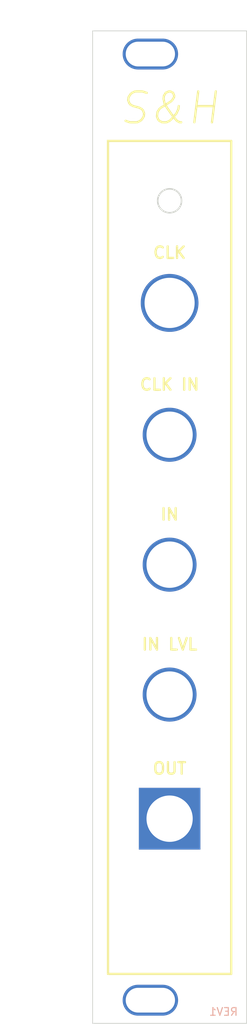
<source format=kicad_pcb>
(kicad_pcb (version 20211014) (generator pcbnew)
  (layers (0 "F.Cu" signal) (31 "B.Cu" signal) (34 "B.Paste" user) (35 "F.Paste" user) (36 "B.SilkS" user "B.Silkscreen") (37 "F.SilkS" user "F.Silkscreen") (38 "B.Mask" user) (39 "F.Mask" user) (44 "Edge.Cuts" user))
  (net 0 "")
  (footprint "Eurorack_Panel_Designs:Alpha_Plastic_Pot_Plated" (layer "F.Cu") (at 150 65.22)
    (fp_text reference "CLK" (at 0 -6.5 unlocked) (layer "F.SilkS") (effects (font (size 1.5 1.5) (thickness 0.3))))
    (fp_text value "Alpha_Plastic_Pot_Plated" hide)
    (pad "" thru_hole circle (at 0 0) (size 7.5 7.5) (drill 6.5) (layers *.Cu *.Mask))
  )
  (footprint "Eurorack_Panel_Designs:3.5MM_Jack_Panel_Input_Plated" (layer "F.Cu") (at 150 99.11)
    (fp_text reference "IN" (at 0 -6.5 unlocked) (layer "F.SilkS") (effects (font (size 1.5 1.5) (thickness 0.3))))
    (fp_text value "3.5MM_Jack_Panel_Input_Plated" hide)
    (pad "" thru_hole circle (at 0 0) (size 7 7) (drill 6) (layers *.Cu *.Mask))
  )
  (footprint "Eurorack_Panel_Designs:3.5MM_Jack_Panel_Input_Plated" (layer "F.Cu") (at 150 82.29)
    (fp_text reference "CLK IN" (at 0 -6.5 unlocked) (layer "F.SilkS") (effects (font (size 1.5 1.5) (thickness 0.3))))
    (fp_text value "3.5MM_Jack_Panel_Input_Plated" hide)
    (pad "" thru_hole circle (at 0 0) (size 7 7) (drill 6) (layers *.Cu *.Mask))
  )
  (footprint "Eurorack_Panel_Designs:Eurorack_Panel_4HP" (layer "F.Cu") (at 140 30)
    (fp_text reference "REF**" hide)
    (fp_text value "EURO_PANEL_4HP" hide)
    (fp_rect (start 0 0) (end 20 128.5) (layer "Edge.Cuts") (width 0.1) (fill none))
    (pad "" thru_hole oval locked (at 7.5 125.5) (size 7.2 4) (drill oval 6.4 3.2) (layers *.Cu *.Mask))
    (pad "" thru_hole oval locked (at 7.5 3) (size 7.2 4) (drill oval 6.4 3.2) (layers *.Cu *.Mask))
  )
  (footprint "Eurorack_Panel_Designs:3.5MM_Jack_Panel_Input_Plated" (layer "F.Cu") (at 150 115.93)
    (fp_text reference "IN LVL" (at 0 -6.5 unlocked) (layer "F.SilkS") (effects (font (size 1.5 1.5) (thickness 0.3))))
    (fp_text value "3.5MM_Jack_Panel_Input_Plated" hide)
    (pad "" thru_hole circle (at 0 0) (size 7 7) (drill 6) (layers *.Cu *.Mask))
  )
  (footprint "Eurorack_Panel_Designs:3.5MM_Jack_Panel_Output_Plated" (layer "F.Cu") (at 150 132)
    (fp_text reference "OUT" (at 0 -6.5 unlocked) (layer "F.SilkS") (effects (font (size 1.5 1.5) (thickness 0.3))))
    (fp_text value "3.5MM_Jack_Panel_Output_Plated" hide)
    (pad "" thru_hole rect (at 0 0) (size 8 8) (drill 6) (layers *.Cu *.Mask))
  )
  (gr_rect (start 142 44.25) (end 158 152.1) (layer "F.SilkS") (width 0.3) (fill none))
  (gr_circle (center 150 52) (end 151.55 52) (layer "Edge.Cuts") (width 0.2) (fill none))
  (gr_text "REV1" (at 157 157) (layer "B.SilkS") (effects (font (size 1 1)) (justify mirror)))
  (gr_text "S&H" (at 150 40) (layer "F.SilkS") (effects (font (size 4 4) (thickness 0.3) italic)))
)
</source>
